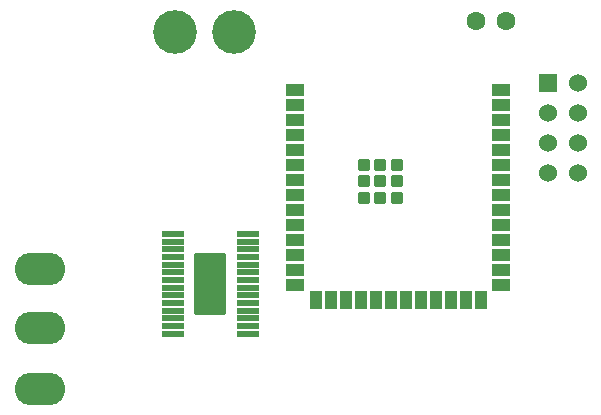
<source format=gts>
G04 Layer: TopSolderMaskLayer*
G04 EasyEDA Pro v2.2.32.3, 2024-11-28 11:51:39*
G04 Gerber Generator version 0.3*
G04 Scale: 100 percent, Rotated: No, Reflected: No*
G04 Dimensions in millimeters*
G04 Leading zeros omitted, absolute positions, 3 integers and 5 decimals*
%FSLAX35Y35*%
%MOMM*%
%AMRoundRect*1,1,$1,$2,$3*1,1,$1,$4,$5*1,1,$1,0-$2,0-$3*1,1,$1,0-$4,0-$5*20,1,$1,$2,$3,$4,$5,0*20,1,$1,$4,$5,0-$2,0-$3,0*20,1,$1,0-$2,0-$3,0-$4,0-$5,0*20,1,$1,0-$4,0-$5,$2,$3,0*4,1,4,$2,$3,$4,$5,0-$2,0-$3,0-$4,0-$5,$2,$3,0*%
%ADD10C,1.6*%
%ADD11RoundRect,0.09093X-0.75455X0.45455X0.75455X0.45455*%
%ADD12RoundRect,0.09093X-0.45455X-0.75455X-0.45455X0.75455*%
%ADD13RoundRect,0.09093X0.75455X-0.45455X-0.75455X-0.45455*%
%ADD14RoundRect,0.09224X-0.45468X-0.45468X-0.45468X0.45468*%
%ADD15R,1.524X1.524*%
%ADD16C,1.524*%
%ADD17O,4.2672X2.7432*%
%ADD18RoundRect,0.09794X-1.31182X2.56182X1.31182X2.56182*%
%ADD19RoundRect,0.08467X-0.91017X0.21167X0.91017X0.21167*%
%ADD20C,3.70319*%
G75*


G04 Pad Start*
G54D10*
G01X4279913Y-152400D03*
G01X4533913Y-152400D03*
G54D11*
G01X2745054Y-734939D03*
G01X2745054Y-861939D03*
G01X2745054Y-988939D03*
G01X2745054Y-1115939D03*
G01X2745054Y-1242939D03*
G01X2745054Y-1369939D03*
G01X2745054Y-1496939D03*
G01X2745054Y-1623939D03*
G01X2745054Y-1750939D03*
G01X2745054Y-1877939D03*
G01X2745054Y-2004939D03*
G01X2745054Y-2131939D03*
G01X2745054Y-2258939D03*
G01X2745054Y-2385939D03*
G54D12*
G01X2921559Y-2513929D03*
G01X3048559Y-2513929D03*
G01X3175559Y-2513929D03*
G01X3302559Y-2513929D03*
G01X3429559Y-2513929D03*
G01X3556559Y-2513929D03*
G01X3683559Y-2513929D03*
G01X3810559Y-2513929D03*
G01X3937559Y-2513929D03*
G01X4064559Y-2513929D03*
G01X4191559Y-2513929D03*
G01X4318559Y-2510932D03*
G54D13*
G01X4495063Y-2385939D03*
G01X4495063Y-2258939D03*
G01X4495063Y-2131939D03*
G01X4495063Y-2004939D03*
G01X4495063Y-1877939D03*
G01X4495063Y-1750939D03*
G01X4495063Y-1623939D03*
G01X4495063Y-1496939D03*
G01X4495063Y-1369939D03*
G01X4495063Y-1242939D03*
G01X4495063Y-1115939D03*
G01X4495063Y-988939D03*
G01X4495063Y-861939D03*
G01X4495063Y-734939D03*
G54D14*
G01X3470046Y-1506946D03*
G01X3330042Y-1506946D03*
G01X3610051Y-1506946D03*
G01X3610051Y-1366942D03*
G01X3470046Y-1366942D03*
G01X3330042Y-1366942D03*
G01X3330042Y-1646951D03*
G01X3470046Y-1646951D03*
G01X3610051Y-1646951D03*
G54D15*
G01X4889500Y-673100D03*
G54D16*
G01X5143499Y-673100D03*
G01X4889500Y-927099D03*
G01X5143499Y-927099D03*
G01X4889500Y-1181099D03*
G01X5143499Y-1181099D03*
G01X4889500Y-1435098D03*
G01X5143499Y-1435098D03*
G54D17*
G01X584200Y-2247900D03*
G01X584200Y-2747772D03*
G01X584200Y-3263900D03*
G54D18*
G01X2031213Y-2373751D03*
G54D19*
G01X2351202Y-1950841D03*
G01X2351202Y-2015839D03*
G01X2351202Y-2080838D03*
G01X2351202Y-2145836D03*
G01X2351202Y-2210835D03*
G01X2351202Y-2275834D03*
G01X2351202Y-2340832D03*
G01X2351202Y-2405501D03*
G01X2351202Y-2470499D03*
G01X2351202Y-2535498D03*
G01X2351202Y-2600496D03*
G01X2351202Y-2665495D03*
G01X2351202Y-2730494D03*
G01X2351202Y-2795492D03*
G01X1711198Y-2795822D03*
G01X1711198Y-2730824D03*
G01X1711198Y-2665825D03*
G01X1711198Y-2600827D03*
G01X1711198Y-2535828D03*
G01X1711198Y-2470829D03*
G01X1711198Y-2405831D03*
G01X1711198Y-2340832D03*
G01X1711198Y-2275834D03*
G01X1711198Y-2210835D03*
G01X1711198Y-2145836D03*
G01X1711198Y-2080838D03*
G01X1711198Y-2015839D03*
G01X1711198Y-1950841D03*
G54D20*
G01X2231187Y-241300D03*
G01X1731188Y-241300D03*
G04 Pad End*

M02*


</source>
